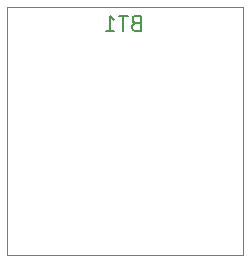
<source format=gbr>
G04 #@! TF.GenerationSoftware,KiCad,Pcbnew,(5.1.4)-1*
G04 #@! TF.CreationDate,2019-10-04T20:40:23-05:00*
G04 #@! TF.ProjectId,GettingToBlinky5.0,47657474-696e-4675-946f-426c696e6b79,rev?*
G04 #@! TF.SameCoordinates,Original*
G04 #@! TF.FileFunction,Legend,Bot*
G04 #@! TF.FilePolarity,Positive*
%FSLAX46Y46*%
G04 Gerber Fmt 4.6, Leading zero omitted, Abs format (unit mm)*
G04 Created by KiCad (PCBNEW (5.1.4)-1) date 2019-10-04 20:40:23*
%MOMM*%
%LPD*%
G04 APERTURE LIST*
%ADD10C,0.120000*%
%ADD11C,0.150000*%
G04 APERTURE END LIST*
D10*
X136050000Y-86500000D02*
X136050000Y-107500000D01*
X156050000Y-86500000D02*
X136050000Y-86500000D01*
X156050000Y-107500000D02*
X156050000Y-86500000D01*
X136050000Y-107500000D02*
X156050000Y-107500000D01*
D11*
X146971428Y-87857142D02*
X146785714Y-87919047D01*
X146723809Y-87980952D01*
X146661904Y-88104761D01*
X146661904Y-88290476D01*
X146723809Y-88414285D01*
X146785714Y-88476190D01*
X146909523Y-88538095D01*
X147404761Y-88538095D01*
X147404761Y-87238095D01*
X146971428Y-87238095D01*
X146847619Y-87300000D01*
X146785714Y-87361904D01*
X146723809Y-87485714D01*
X146723809Y-87609523D01*
X146785714Y-87733333D01*
X146847619Y-87795238D01*
X146971428Y-87857142D01*
X147404761Y-87857142D01*
X146290476Y-87238095D02*
X145547619Y-87238095D01*
X145919047Y-88538095D02*
X145919047Y-87238095D01*
X144433333Y-88538095D02*
X145176190Y-88538095D01*
X144804761Y-88538095D02*
X144804761Y-87238095D01*
X144928571Y-87423809D01*
X145052380Y-87547619D01*
X145176190Y-87609523D01*
M02*

</source>
